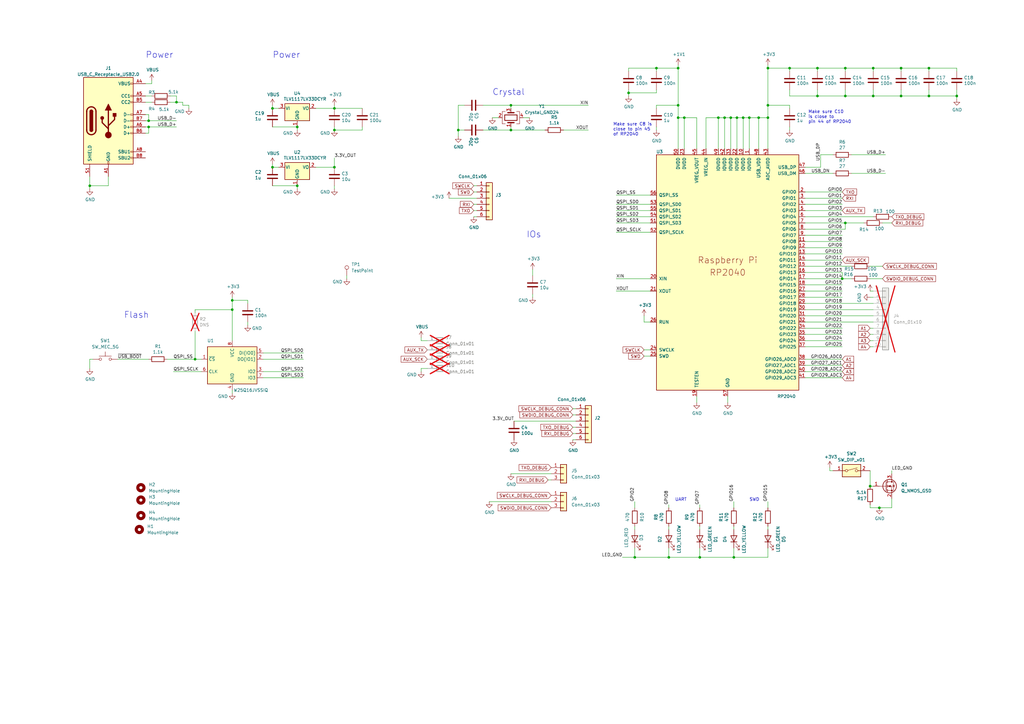
<source format=kicad_sch>
(kicad_sch (version 20231120) (generator "eeschema") (generator_version "8.0")
  (paper "A3")
  (title_block (title "RP2040 Motor Controller") (date "2022-6-1") (rev "REV1") (company "Twisted Fields LLC") (comment 1 "(license roughly means, share, modify, etc, but do not sue us)") (comment 2 "LICENSE: CERN-OHL-P"))
  (junction (at 257.81 38.1))
  (junction (at 335.28 27.94))
  (junction (at 369.57 39.37))
  (junction (at 346.71 27.94))
  (junction (at 346.71 39.37))
  (junction (at 346.71 91.44))
  (junction (at 36.83 76.2))
  (junction (at 274.32 228.6))
  (junction (at 95.25 123.19))
  (junction (at 300.99 228.6))
  (junction (at 294.64 48.26))
  (junction (at 60.96 52.07))
  (junction (at 307.34 48.26))
  (junction (at 335.28 39.37))
  (junction (at 278.13 43.18))
  (junction (at 345.44 114.3))
  (junction (at 302.26 48.26))
  (junction (at 358.14 27.94))
  (junction (at 392.43 39.37))
  (junction (at 137.16 68.58))
  (junction (at 360.68 208.28))
  (junction (at 137.16 53.34))
  (junction (at 209.55 43.18))
  (junction (at 304.8 48.26))
  (junction (at 121.92 52.07))
  (junction (at 314.96 27.94))
  (junction (at 209.55 53.34))
  (junction (at 356.87 199.39))
  (junction (at 314.96 43.18))
  (junction (at 269.24 27.94))
  (junction (at 297.18 48.26))
  (junction (at 381 39.37))
  (junction (at 111.76 44.45))
  (junction (at 137.16 44.45))
  (junction (at 111.76 68.58))
  (junction (at 260.35 228.6))
  (junction (at 278.13 48.26))
  (junction (at 311.15 48.26))
  (junction (at 278.13 27.94))
  (junction (at 299.72 48.26))
  (junction (at 314.96 48.26))
  (junction (at 80.01 147.32))
  (junction (at 358.14 39.37))
  (junction (at 187.96 53.34))
  (junction (at 369.57 27.94))
  (junction (at 60.96 49.53))
  (junction (at 381 27.94))
  (junction (at 280.67 48.26))
  (junction (at 95.25 127))
  (junction (at 287.02 228.6))
  (junction (at 323.85 27.94))
  (junction (at 121.92 76.2))
  (junction (at 72.39 41.91))
  (wire (pts (xy 36.83 147.32) (xy 36.83 151.13)))
  (wire (pts (xy 278.13 27.94) (xy 278.13 43.18)))
  (wire (pts (xy 252.73 86.36) (xy 266.7 86.36)))
  (wire (pts (xy 335.28 27.94) (xy 346.71 27.94)))
  (wire (pts (xy 287.02 207.01) (xy 287.02 208.28)))
  (wire (pts (xy 269.24 44.45) (xy 269.24 43.18)))
  (wire (pts (xy 349.25 63.5) (xy 363.22 63.5)))
  (wire (pts (xy 60.96 49.53) (xy 72.39 49.53)))
  (wire (pts (xy 285.75 48.26) (xy 280.67 48.26)))
  (wire (pts (xy 137.16 76.2) (xy 137.16 77.47)))
  (wire (pts (xy 62.23 33.02) (xy 62.23 34.29)))
  (wire (pts (xy 358.14 199.39) (xy 356.87 199.39)))
  (wire (pts (xy 300.99 205.74) (xy 300.99 208.28)))
  (wire (pts (xy 369.57 39.37) (xy 358.14 39.37)))
  (wire (pts (xy 234.95 177.8) (xy 236.22 177.8)))
  (wire (pts (xy 137.16 44.45) (xy 148.59 44.45)))
  (wire (pts (xy 311.15 60.96) (xy 311.15 48.26)))
  (wire (pts (xy 323.85 52.07) (xy 323.85 53.34)))
  (wire (pts (xy 80.01 147.32) (xy 82.55 147.32)))
  (wire (pts (xy 330.2 124.46) (xy 358.14 124.46)))
  (wire (pts (xy 36.83 147.32) (xy 38.1 147.32)))
  (wire (pts (xy 346.71 39.37) (xy 335.28 39.37)))
  (wire (pts (xy 200.66 205.74) (xy 226.06 205.74)))
  (wire (pts (xy 209.55 44.45) (xy 209.55 43.18)))
  (wire (pts (xy 360.68 208.28) (xy 365.76 208.28)))
  (wire (pts (xy 252.73 88.9) (xy 266.7 88.9)))
  (wire (pts (xy 44.45 72.39) (xy 44.45 76.2)))
  (wire (pts (xy 274.32 207.01) (xy 274.32 208.28)))
  (wire (pts (xy 274.32 215.9) (xy 274.32 217.17)))
  (wire (pts (xy 137.16 52.07) (xy 137.16 53.34)))
  (wire (pts (xy 114.3 68.58) (xy 111.76 68.58)))
  (wire (pts (xy 36.83 76.2) (xy 44.45 76.2)))
  (wire (pts (xy 369.57 27.94) (xy 381 27.94)))
  (wire (pts (xy 68.58 147.32) (xy 80.01 147.32)))
  (wire (pts (xy 330.2 81.28) (xy 345.44 81.28)))
  (wire (pts (xy 330.2 147.32) (xy 345.44 147.32)))
  (wire (pts (xy 111.76 76.2) (xy 121.92 76.2)))
  (wire (pts (xy 59.69 46.99) (xy 60.96 46.99)))
  (wire (pts (xy 365.76 193.04) (xy 365.76 194.31)))
  (wire (pts (xy 330.2 88.9) (xy 358.14 88.9)))
  (wire (pts (xy 330.2 71.12) (xy 341.63 71.12)))
  (wire (pts (xy 392.43 36.83) (xy 392.43 39.37)))
  (wire (pts (xy 330.2 86.36) (xy 345.44 86.36)))
  (wire (pts (xy 107.95 147.32) (xy 124.46 147.32)))
  (wire (pts (xy 358.14 29.21) (xy 358.14 27.94)))
  (wire (pts (xy 280.67 48.26) (xy 278.13 48.26)))
  (wire (pts (xy 314.96 43.18) (xy 323.85 43.18)))
  (wire (pts (xy 304.8 48.26) (xy 307.34 48.26)))
  (wire (pts (xy 299.72 60.96) (xy 299.72 48.26)))
  (wire (pts (xy 214.63 48.26) (xy 217.17 48.26)))
  (wire (pts (xy 111.76 68.58) (xy 111.76 67.31)))
  (wire (pts (xy 224.79 196.85) (xy 226.06 196.85)))
  (wire (pts (xy 80.01 128.27) (xy 80.01 127)))
  (wire (pts (xy 287.02 224.79) (xy 287.02 228.6)))
  (wire (pts (xy 307.34 48.26) (xy 307.34 60.96)))
  (wire (pts (xy 260.35 228.6) (xy 274.32 228.6)))
  (wire (pts (xy 300.99 224.79) (xy 300.99 228.6)))
  (wire (pts (xy 36.83 76.2) (xy 36.83 77.47)))
  (wire (pts (xy 60.96 147.32) (xy 48.26 147.32)))
  (wire (pts (xy 172.72 151.13) (xy 175.26 151.13)))
  (wire (pts (xy 340.36 191.77) (xy 340.36 193.04)))
  (wire (pts (xy 201.93 48.26) (xy 204.47 48.26)))
  (wire (pts (xy 300.99 215.9) (xy 300.99 217.17)))
  (wire (pts (xy 264.16 129.54) (xy 264.16 132.08)))
  (wire (pts (xy 300.99 228.6) (xy 314.96 228.6)))
  (wire (pts (xy 346.71 36.83) (xy 346.71 39.37)))
  (wire (pts (xy 252.73 91.44) (xy 266.7 91.44)))
  (wire (pts (xy 330.2 114.3) (xy 345.44 114.3)))
  (wire (pts (xy 392.43 39.37) (xy 392.43 40.64)))
  (wire (pts (xy 210.82 172.72) (xy 236.22 172.72)))
  (wire (pts (xy 369.57 36.83) (xy 369.57 39.37)))
  (wire (pts (xy 335.28 39.37) (xy 323.85 39.37)))
  (wire (pts (xy 209.55 53.34) (xy 223.52 53.34)))
  (wire (pts (xy 302.26 48.26) (xy 304.8 48.26)))
  (wire (pts (xy 266.7 95.25) (xy 252.73 95.25)))
  (wire (pts (xy 311.15 48.26) (xy 314.96 48.26)))
  (wire (pts (xy 297.18 60.96) (xy 297.18 48.26)))
  (wire (pts (xy 323.85 36.83) (xy 323.85 39.37)))
  (wire (pts (xy 72.39 39.37) (xy 72.39 41.91)))
  (wire (pts (xy 356.87 208.28) (xy 360.68 208.28)))
  (wire (pts (xy 266.7 80.01) (xy 252.73 80.01)))
  (wire (pts (xy 274.32 228.6) (xy 287.02 228.6)))
  (wire (pts (xy 356.87 193.04) (xy 356.87 199.39)))
  (wire (pts (xy 59.69 39.37) (xy 62.23 39.37)))
  (wire (pts (xy 194.31 78.74) (xy 195.58 78.74)))
  (wire (pts (xy 269.24 29.21) (xy 269.24 27.94)))
  (wire (pts (xy 80.01 127) (xy 95.25 127)))
  (wire (pts (xy 80.01 135.89) (xy 80.01 147.32)))
  (wire (pts (xy 142.24 113.03) (xy 142.24 114.3)))
  (wire (pts (xy 194.31 83.82) (xy 195.58 83.82)))
  (wire (pts (xy 330.2 109.22) (xy 349.25 109.22)))
  (wire (pts (xy 330.2 152.4) (xy 345.44 152.4)))
  (wire (pts (xy 356.87 142.24) (xy 358.14 142.24)))
  (wire (pts (xy 314.96 27.94) (xy 323.85 27.94)))
  (wire (pts (xy 60.96 52.07) (xy 72.39 52.07)))
  (wire (pts (xy 323.85 27.94) (xy 335.28 27.94)))
  (wire (pts (xy 107.95 144.78) (xy 124.46 144.78)))
  (wire (pts (xy 74.93 43.18) (xy 77.47 43.18)))
  (wire (pts (xy 74.93 41.91) (xy 74.93 43.18)))
  (wire (pts (xy 330.2 116.84) (xy 345.44 116.84)))
  (wire (pts (xy 314.96 205.74) (xy 314.96 208.28)))
  (wire (pts (xy 323.85 29.21) (xy 323.85 27.94)))
  (wire (pts (xy 280.67 60.96) (xy 280.67 48.26)))
  (wire (pts (xy 335.28 36.83) (xy 335.28 39.37)))
  (wire (pts (xy 231.14 53.34) (xy 241.3 53.34)))
  (wire (pts (xy 137.16 68.58) (xy 137.16 64.77)))
  (wire (pts (xy 323.85 44.45) (xy 323.85 43.18)))
  (wire (pts (xy 392.43 29.21) (xy 392.43 27.94)))
  (wire (pts (xy 137.16 44.45) (xy 137.16 43.18)))
  (wire (pts (xy 381 29.21) (xy 381 27.94)))
  (wire (pts (xy 330.2 68.58) (xy 336.55 68.58)))
  (wire (pts (xy 330.2 119.38) (xy 345.44 119.38)))
  (wire (pts (xy 59.69 54.61) (xy 60.96 54.61)))
  (wire (pts (xy 129.54 44.45) (xy 137.16 44.45)))
  (wire (pts (xy 336.55 63.5) (xy 341.63 63.5)))
  (wire (pts (xy 71.12 152.4) (xy 82.55 152.4)))
  (wire (pts (xy 252.73 114.3) (xy 266.7 114.3)))
  (wire (pts (xy 111.76 52.07) (xy 121.92 52.07)))
  (wire (pts (xy 257.81 29.21) (xy 257.81 27.94)))
  (wire (pts (xy 314.96 27.94) (xy 314.96 43.18)))
  (wire (pts (xy 59.69 49.53) (xy 60.96 49.53)))
  (wire (pts (xy 260.35 215.9) (xy 260.35 217.17)))
  (wire (pts (xy 111.76 44.45) (xy 111.76 43.18)))
  (wire (pts (xy 330.2 129.54) (xy 358.14 129.54)))
  (wire (pts (xy 209.55 194.31) (xy 226.06 194.31)))
  (wire (pts (xy 218.44 110.49) (xy 218.44 113.03)))
  (wire (pts (xy 198.12 43.18) (xy 209.55 43.18)))
  (wire (pts (xy 260.35 205.74) (xy 260.35 208.28)))
  (wire (pts (xy 314.96 215.9) (xy 314.96 217.17)))
  (wire (pts (xy 330.2 132.08) (xy 358.14 132.08)))
  (wire (pts (xy 278.13 26.67) (xy 278.13 27.94)))
  (wire (pts (xy 59.69 34.29) (xy 62.23 34.29)))
  (wire (pts (xy 252.73 83.82) (xy 266.7 83.82)))
  (wire (pts (xy 95.25 123.19) (xy 95.25 127)))
  (wire (pts (xy 129.54 68.58) (xy 137.16 68.58)))
  (wire (pts (xy 356.87 119.38) (xy 358.14 119.38)))
  (wire (pts (xy 266.7 132.08) (xy 264.16 132.08)))
  (wire (pts (xy 330.2 121.92) (xy 345.44 121.92)))
  (wire (pts (xy 330.2 91.44) (xy 346.71 91.44)))
  (wire (pts (xy 137.16 53.34) (xy 148.59 53.34)))
  (wire (pts (xy 278.13 48.26) (xy 278.13 60.96)))
  (wire (pts (xy 101.6 123.19) (xy 95.25 123.19)))
  (wire (pts (xy 285.75 162.56) (xy 285.75 165.1)))
  (wire (pts (xy 107.95 152.4) (xy 124.46 152.4)))
  (wire (pts (xy 330.2 99.06) (xy 345.44 99.06)))
  (wire (pts (xy 274.32 224.79) (xy 274.32 228.6)))
  (wire (pts (xy 356.87 121.92) (xy 358.14 121.92)))
  (wire (pts (xy 294.64 48.26) (xy 297.18 48.26)))
  (wire (pts (xy 356.87 137.16) (xy 358.14 137.16)))
  (wire (pts (xy 278.13 43.18) (xy 278.13 48.26)))
  (wire (pts (xy 346.71 29.21) (xy 346.71 27.94)))
  (wire (pts (xy 381 27.94) (xy 392.43 27.94)))
  (wire (pts (xy 287.02 228.6) (xy 300.99 228.6)))
  (wire (pts (xy 294.64 60.96) (xy 294.64 48.26)))
  (wire (pts (xy 330.2 137.16) (xy 345.44 137.16)))
  (wire (pts (xy 255.27 228.6) (xy 260.35 228.6)))
  (wire (pts (xy 218.44 120.65) (xy 218.44 121.92)))
  (wire (pts (xy 358.14 36.83) (xy 358.14 39.37)))
  (wire (pts (xy 234.95 175.26) (xy 236.22 175.26)))
  (wire (pts (xy 356.87 114.3) (xy 361.95 114.3)))
  (wire (pts (xy 59.69 52.07) (xy 60.96 52.07)))
  (wire (pts (xy 209.55 43.18) (xy 241.3 43.18)))
  (wire (pts (xy 114.3 44.45) (xy 111.76 44.45)))
  (wire (pts (xy 299.72 48.26) (xy 302.26 48.26)))
  (wire (pts (xy 121.92 52.07) (xy 121.92 53.34)))
  (wire (pts (xy 349.25 71.12) (xy 363.22 71.12)))
  (wire (pts (xy 330.2 111.76) (xy 345.44 111.76)))
  (wire (pts (xy 358.14 39.37) (xy 346.71 39.37)))
  (wire (pts (xy 314.96 48.26) (xy 314.96 60.96)))
  (wire (pts (xy 330.2 149.86) (xy 345.44 149.86)))
  (wire (pts (xy 330.2 101.6) (xy 345.44 101.6)))
  (wire (pts (xy 307.34 48.26) (xy 311.15 48.26)))
  (wire (pts (xy 297.18 48.26) (xy 299.72 48.26)))
  (wire (pts (xy 381 39.37) (xy 392.43 39.37)))
  (wire (pts (xy 330.2 96.52) (xy 345.44 96.52)))
  (wire (pts (xy 289.56 60.96) (xy 289.56 48.26)))
  (wire (pts (xy 330.2 134.62) (xy 345.44 134.62)))
  (wire (pts (xy 172.72 151.13) (xy 172.72 152.4)))
  (wire (pts (xy 101.6 132.08) (xy 101.6 133.35)))
  (wire (pts (xy 336.55 63.5) (xy 336.55 68.58)))
  (wire (pts (xy 365.76 204.47) (xy 365.76 208.28)))
  (wire (pts (xy 234.95 180.34) (xy 236.22 180.34)))
  (wire (pts (xy 330.2 93.98) (xy 346.71 93.98)))
  (wire (pts (xy 60.96 54.61) (xy 60.96 52.07)))
  (wire (pts (xy 121.92 76.2) (xy 121.92 77.47)))
  (wire (pts (xy 358.14 27.94) (xy 369.57 27.94)))
  (wire (pts (xy 190.5 53.34) (xy 187.96 53.34)))
  (wire (pts (xy 345.44 114.3) (xy 349.25 114.3)))
  (wire (pts (xy 148.59 52.07) (xy 148.59 53.34)))
  (wire (pts (xy 59.69 41.91) (xy 62.23 41.91)))
  (wire (pts (xy 330.2 106.68) (xy 345.44 106.68)))
  (wire (pts (xy 266.7 119.38) (xy 252.73 119.38)))
  (wire (pts (xy 69.85 41.91) (xy 72.39 41.91)))
  (wire (pts (xy 194.31 86.36) (xy 195.58 86.36)))
  (wire (pts (xy 107.95 154.94) (xy 124.46 154.94)))
  (wire (pts (xy 346.71 91.44) (xy 346.71 93.98)))
  (wire (pts (xy 269.24 52.07) (xy 269.24 53.34)))
  (wire (pts (xy 234.95 167.64) (xy 236.22 167.64)))
  (wire (pts (xy 356.87 109.22) (xy 361.95 109.22)))
  (wire (pts (xy 187.96 53.34) (xy 187.96 55.88)))
  (wire (pts (xy 69.85 39.37) (xy 72.39 39.37)))
  (wire (pts (xy 314.96 26.67) (xy 314.96 27.94)))
  (wire (pts (xy 172.72 139.7) (xy 175.26 139.7)))
  (wire (pts (xy 257.81 27.94) (xy 269.24 27.94)))
  (wire (pts (xy 257.81 38.1) (xy 269.24 38.1)))
  (wire (pts (xy 330.2 139.7) (xy 345.44 139.7)))
  (wire (pts (xy 285.75 60.96) (xy 285.75 48.26)))
  (wire (pts (xy 330.2 83.82) (xy 345.44 83.82)))
  (wire (pts (xy 77.47 43.18) (xy 77.47 44.45)))
  (wire (pts (xy 172.72 138.43) (xy 172.72 139.7)))
  (wire (pts (xy 302.26 60.96) (xy 302.26 48.26)))
  (wire (pts (xy 345.44 111.76) (xy 345.44 114.3)))
  (wire (pts (xy 304.8 60.96) (xy 304.8 48.26)))
  (wire (pts (xy 335.28 29.21) (xy 335.28 27.94)))
  (wire (pts (xy 95.25 160.02) (xy 95.25 161.29)))
  (wire (pts (xy 72.39 41.91) (xy 74.93 41.91)))
  (wire (pts (xy 184.15 81.28) (xy 195.58 81.28)))
  (wire (pts (xy 330.2 127) (xy 358.14 127)))
  (wire (pts (xy 346.71 91.44) (xy 354.33 91.44)))
  (wire (pts (xy 361.95 91.44) (xy 365.76 91.44)))
  (wire (pts (xy 187.96 43.18) (xy 187.96 53.34)))
  (wire (pts (xy 190.5 43.18) (xy 187.96 43.18)))
  (wire (pts (xy 234.95 170.18) (xy 236.22 170.18)))
  (wire (pts (xy 346.71 27.94) (xy 358.14 27.94)))
  (wire (pts (xy 269.24 38.1) (xy 269.24 36.83)))
  (wire (pts (xy 381 39.37) (xy 369.57 39.37)))
  (wire (pts (xy 340.36 193.04) (xy 341.63 193.04)))
  (wire (pts (xy 194.31 76.2) (xy 195.58 76.2)))
  (wire (pts (xy 314.96 43.18) (xy 314.96 48.26)))
  (wire (pts (xy 356.87 139.7) (xy 358.14 139.7)))
  (wire (pts (xy 36.83 72.39) (xy 36.83 76.2)))
  (wire (pts (xy 257.81 36.83) (xy 257.81 38.1)))
  (wire (pts (xy 330.2 142.24) (xy 345.44 142.24)))
  (wire (pts (xy 330.2 104.14) (xy 345.44 104.14)))
  (wire (pts (xy 330.2 78.74) (xy 345.44 78.74)))
  (wire (pts (xy 369.57 29.21) (xy 369.57 27.94)))
  (wire (pts (xy 194.31 88.9) (xy 195.58 88.9)))
  (wire (pts (xy 264.16 143.51) (xy 266.7 143.51)))
  (wire (pts (xy 264.16 146.05) (xy 266.7 146.05)))
  (wire (pts (xy 269.24 43.18) (xy 278.13 43.18)))
  (wire (pts (xy 314.96 224.79) (xy 314.96 228.6)))
  (wire (pts (xy 356.87 134.62) (xy 358.14 134.62)))
  (wire (pts (xy 381 36.83) (xy 381 39.37)))
  (wire (pts (xy 60.96 46.99) (xy 60.96 49.53)))
  (wire (pts (xy 198.12 53.34) (xy 209.55 53.34)))
  (wire (pts (xy 356.87 207.01) (xy 356.87 208.28)))
  (wire (pts (xy 289.56 48.26) (xy 294.64 48.26)))
  (wire (pts (xy 287.02 215.9) (xy 287.02 217.17)))
  (wire (pts (xy 95.25 121.92) (xy 95.25 123.19)))
  (wire (pts (xy 298.45 162.56) (xy 298.45 165.1)))
  (wire (pts (xy 330.2 154.94) (xy 345.44 154.94)))
  (wire (pts (xy 95.25 127) (xy 95.25 139.7)))
  (wire (pts (xy 101.6 124.46) (xy 101.6 123.19)))
  (wire (pts (xy 260.35 224.79) (xy 260.35 228.6)))
  (wire (pts (xy 257.81 38.1) (xy 257.81 39.37)))
  (wire (pts (xy 269.24 27.94) (xy 278.13 27.94)))
  (wire (pts (xy 209.55 52.07) (xy 209.55 53.34)))
  (text "Make sure C8 is\nclose to pin 45\nof RP2040" (at 251.46 55.88 0) (effects (font (size 1.27 1.27)) (justify left bottom)))
  (text "Power" (at 59.69 24.13 0) (effects (font (size 2.54 2.54)) (justify left bottom)))
  (text "Crystal" (at 201.93 39.37 0) (effects (font (size 2.54 2.54)) (justify left bottom)))
  (text "IOs" (at 215.9 97.79 0) (effects (font (size 2.54 2.54)) (justify left bottom)))
  (text "Make sure C10\nis close to\npin 44 of RP2040" (at 331.47 50.8 0) (effects (font (size 1.27 1.27)) (justify left bottom)))
  (text "SWD" (at 307.34 205.74 0) (effects (font (size 1.27 1.27)) (justify left bottom)))
  (text "UART" (at 276.86 205.74 0) (effects (font (size 1.27 1.27)) (justify left bottom)))
  (text "Power" (at 111.76 24.13 0) (effects (font (size 2.54 2.54)) (justify left bottom)))
  (text "Flash" (at 50.8 130.81 0) (effects (font (size 2.54 2.54)) (justify left bottom)))
  (label "LED_GND" (at 255.27 228.6 180))
  (label "USB_D+" (at 72.39 52.07 180))
  (label "GPIO18" (at 345.44 124.46 180))
  (label "QSPI_SCLK" (at 252.73 95.25 0))
  (label "GPIO26_ADC0" (at 345.44 147.32 180))
  (label "GPIO24" (at 345.44 139.7 180))
  (label "USB_D+" (at 363.22 63.5 180))
  (label "GPIO8" (at 345.44 99.06 180))
  (label "XIN" (at 241.3 43.18 180))
  (label "QSPI_SD1" (at 252.73 86.36 0))
  (label "3.3V_OUT" (at 210.82 172.72 180))
  (label "GPIO2" (at 345.44 83.82 180))
  (label "USB_DP" (at 336.55 66.04 90))
  (label "QSPI_SS" (at 252.73 80.01 0))
  (label "3.3V_OUT" (at 137.16 64.77 0))
  (label "QSPI_SD1" (at 124.46 147.32 180))
  (label "GPIO15" (at 314.96 205.74 90))
  (label "GPIO3" (at 345.44 86.36 180))
  (label "GPIO21" (at 345.44 132.08 180))
  (label "GPIO4" (at 345.44 88.9 180))
  (label "GPIO7" (at 287.02 207.01 90))
  (label "GPIO23" (at 345.44 137.16 180))
  (label "USB_D-" (at 363.22 71.12 180))
  (label "XOUT" (at 252.73 119.38 0))
  (label "GPIO2" (at 260.35 205.74 90))
  (label "GPIO14" (at 345.44 114.3 180))
  (label "GPIO29_ADC3" (at 345.44 154.94 180))
  (label "QSPI_SD3" (at 252.73 91.44 0))
  (label "GPIO15" (at 345.44 116.84 180))
  (label "GPIO1" (at 345.44 81.28 180))
  (label "GPIO20" (at 345.44 129.54 180))
  (label "GPIO8" (at 274.32 207.01 90))
  (label "GPIO22" (at 345.44 134.62 180))
  (label "QSPI_SD2" (at 124.46 152.4 180))
  (label "XIN" (at 252.73 114.3 0))
  (label "GPIO5" (at 345.44 91.44 180))
  (label "GPIO25" (at 345.44 142.24 180))
  (label "GPIO19" (at 345.44 127 180))
  (label "GPIO11" (at 345.44 106.68 180))
  (label "GPIO13" (at 345.44 111.76 180))
  (label "XOUT" (at 241.3 53.34 180))
  (label "GPIO0" (at 345.44 78.74 180))
  (label "GPIO12" (at 345.44 109.22 180))
  (label "GPIO9" (at 345.44 101.6 180))
  (label "GPIO7" (at 345.44 96.52 180))
  (label "GPIO17" (at 345.44 121.92 180))
  (label "GPIO16" (at 345.44 119.38 180))
  (label "QSPI_SCLK" (at 71.12 152.4 0))
  (label "QSPI_SD2" (at 252.73 88.9 0))
  (label "QSPI_SS" (at 71.12 147.32 0))
  (label "GPIO27_ADC1" (at 345.44 149.86 180))
  (label "QSPI_SD0" (at 124.46 144.78 180))
  (label "GPIO6" (at 345.44 93.98 180))
  (label "QSPI_SD0" (at 252.73 83.82 0))
  (label "USB_D-" (at 72.39 49.53 180))
  (label "~{USB_BOOT}" (at 48.26 147.32 0))
  (label "USB_DN" (at 332.74 71.12 0))
  (label "GPIO28_ADC2" (at 345.44 152.4 180))
  (label "GPIO10" (at 345.44 104.14 180))
  (label "LED_GND" (at 365.76 193.04 0))
  (label "GPIO16" (at 300.99 205.74 90))
  (label "QSPI_SD3" (at 124.46 154.94 180))
  (global_label "A3" (shape input) (at 356.87 139.7 180) (property "Intersheetrefs" "${INTERSHEET_REFS}" (effects (hide yes))))
  (global_label "AUX_SCK" (shape input) (at 345.44 106.68 0) (property "Intersheetrefs" "${INTERSHEET_REFS}" (effects (hide yes))))
  (global_label "A2" (shape input) (at 345.44 149.86 0) (property "Intersheetrefs" "${INTERSHEET_REFS}" (effects (hide yes))))
  (global_label "SWDIO_DEBUG_CONN" (shape input) (at 226.06 208.28 180) (property "Intersheetrefs" "${INTERSHEET_REFS}" (effects (hide yes))))
  (global_label "SWDIO_DEBUG_CONN" (shape input) (at 361.95 114.3 0) (property "Intersheetrefs" "${INTERSHEET_REFS}" (effects (hide yes))))
  (global_label "SWCLK" (shape input) (at 264.16 143.51 180) (property "Intersheetrefs" "${INTERSHEET_REFS}" (effects (hide yes))))
  (global_label "AUX_TX" (shape input) (at 345.44 86.36 0) (property "Intersheetrefs" "${INTERSHEET_REFS}" (effects (hide yes))))
  (global_label "SWCLK" (shape input) (at 194.31 76.2 180) (property "Intersheetrefs" "${INTERSHEET_REFS}" (effects (hide yes))))
  (global_label "TXO" (shape input) (at 194.31 86.36 180) (property "Intersheetrefs" "${INTERSHEET_REFS}" (effects (hide yes))))
  (global_label "A2" (shape input) (at 356.87 137.16 180) (property "Intersheetrefs" "${INTERSHEET_REFS}" (effects (hide yes))))
  (global_label "AUX_TX" (shape input) (at 175.26 143.51 180) (property "Intersheetrefs" "${INTERSHEET_REFS}" (effects (hide yes))))
  (global_label "SWD" (shape input) (at 194.31 78.74 180) (property "Intersheetrefs" "${INTERSHEET_REFS}" (effects (hide yes))))
  (global_label "AUX_SCK" (shape input) (at 175.26 147.32 180) (property "Intersheetrefs" "${INTERSHEET_REFS}" (effects (hide yes))))
  (global_label "RXI_DEBUG" (shape input) (at 224.79 196.85 180) (property "Intersheetrefs" "${INTERSHEET_REFS}" (effects (hide yes))))
  (global_label "TXO_DEBUG" (shape input) (at 365.76 88.9 0) (property "Intersheetrefs" "${INTERSHEET_REFS}" (effects (hide yes))))
  (global_label "SWDIO_DEBUG_CONN" (shape input) (at 234.95 170.18 180) (property "Intersheetrefs" "${INTERSHEET_REFS}" (effects (hide yes))))
  (global_label "RXI" (shape input) (at 194.31 83.82 180) (property "Intersheetrefs" "${INTERSHEET_REFS}" (effects (hide yes))))
  (global_label "A4" (shape input) (at 345.44 154.94 0) (property "Intersheetrefs" "${INTERSHEET_REFS}" (effects (hide yes))))
  (global_label "SWD" (shape input) (at 264.16 146.05 180) (property "Intersheetrefs" "${INTERSHEET_REFS}" (effects (hide yes))))
  (global_label "A1" (shape input) (at 356.87 134.62 180) (property "Intersheetrefs" "${INTERSHEET_REFS}" (effects (hide yes))))
  (global_label "A4" (shape input) (at 356.87 142.24 180) (property "Intersheetrefs" "${INTERSHEET_REFS}" (effects (hide yes))))
  (global_label "SWCLK_DEBUG_CONN" (shape input) (at 226.06 203.2 180) (property "Intersheetrefs" "${INTERSHEET_REFS}" (effects (hide yes))))
  (global_label "A3" (shape input) (at 345.44 152.4 0) (property "Intersheetrefs" "${INTERSHEET_REFS}" (effects (hide yes))))
  (global_label "TXO_DEBUG" (shape input) (at 226.06 191.77 180) (property "Intersheetrefs" "${INTERSHEET_REFS}" (effects (hide yes))))
  (global_label "SWCLK_DEBUG_CONN" (shape input) (at 234.95 167.64 180) (property "Intersheetrefs" "${INTERSHEET_REFS}" (effects (hide yes))))
  (global_label "A1" (shape input) (at 345.44 147.32 0) (property "Intersheetrefs" "${INTERSHEET_REFS}" (effects (hide yes))))
  (global_label "TXO" (shape input) (at 345.44 78.74 0) (property "Intersheetrefs" "${INTERSHEET_REFS}" (effects (hide yes))))
  (global_label "RXI_DEBUG" (shape input) (at 365.76 91.44 0) (property "Intersheetrefs" "${INTERSHEET_REFS}" (effects (hide yes))))
  (global_label "SWCLK_DEBUG_CONN" (shape input) (at 361.95 109.22 0) (property "Intersheetrefs" "${INTERSHEET_REFS}" (effects (hide yes))))
  (global_label "RXI_DEBUG" (shape input) (at 234.95 177.8 180) (property "Intersheetrefs" "${INTERSHEET_REFS}" (effects (hide yes))))
  (global_label "TXO_DEBUG" (shape input) (at 234.95 175.26 180) (property "Intersheetrefs" "${INTERSHEET_REFS}" (effects (hide yes))))
  (global_label "RXI" (shape input) (at 345.44 81.28 0) (property "Intersheetrefs" "${INTERSHEET_REFS}" (effects (hide yes))))
  (symbol (lib_id "Connector_Generic:Conn_01x01") (at 180.34 147.32 0) (unit 1) (dnp yes)
    (property "Reference" "J9" (at 182.88 146.0499 0) (effects (justify left)))
    (property "Value" "Conn_01x01" (at 182.88 148.5899 0) (effects (justify left)))
    (property "Footprint" "TestPoint:TestPoint_Keystone_5019_Minature" (effects (hide yes)))
    (property "Description" "Generic connector, single row, 01x01, script generated (kicad-library-utils/schlib/autogen/connector/)" (effects (hide yes)))
  )
  (symbol (lib_id "Switch:SW_DIP_x01") (at 349.25 193.04 0) (unit 1)
    (property "Reference" "SW2" (at 349.25 186.055 0))
    (property "Value" "SW_DIP_x01" (at 349.25 188.595 0))
    (property "Footprint" "base_parts:SW-SMD_DSHP01TSGER" (effects (hide yes)))
    (property "LCSC" "C126848" (effects (hide yes)))
  )
  (symbol (lib_id "Device:C") (at 392.43 33.02 0) (unit 1)
    (property "Reference" "C18" (at 395.351 31.8516 0) (effects (justify left)))
    (property "Value" "100n" (at 395.351 34.163 0) (effects (justify left)))
    (property "Footprint" "Capacitor_SMD:C_0603_1608Metric" (effects (hide yes)))
    (property "LCSC" "C14663" (effects (hide yes)))
  )
  (symbol (lib_id "power:GND") (at 101.6 133.35 0) (unit 1)
    (property "Reference" "#PWR07" (effects (hide yes)))
    (property "Value" "GND" (at 105.41 134.62 0))
  )
  (symbol (lib_id "Device:LED") (at 314.96 220.98 90) (unit 1)
    (property "Reference" "D5" (at 321.437 221.1578 0))
    (property "Value" "LED_GREEN" (at 319.1256 221.1578 0))
    (property "Footprint" "LED_SMD:LED_0805_2012Metric" (effects (hide yes)))
    (property "LCSC" "C2297" (effects (hide yes)))
  )
  (symbol (lib_id "Connector:USB_C_Receptacle_USB2.0") (at 44.45 49.53 0) (unit 1)
    (property "Reference" "J1" (at 44.45 27.94 0))
    (property "Value" "USB_C_Receptacle_USB2.0" (at 44.45 30.48 0))
    (property "Footprint" "Connector_USB:USB_C_Receptacle_XKB_U262-16XN-4BVC11" (effects (hide yes)))
    (property "Datasheet" "https://www.usb.org/sites/default/files/documents/usb_type-c.zip" (effects (hide yes)))
    (property "LCSC" "C2835315" (effects (hide yes)))
  )
  (symbol (lib_id "Regulator_Linear:NCP1117-3.3_SOT223") (at 121.92 44.45 0) (unit 1)
    (property "Reference" "U4" (at 121.92 38.3032 0))
    (property "Value" "TLV1117LV33DCYR" (at 125.095 40.6146 0))
    (property "Footprint" "Package_TO_SOT_SMD:SOT-223-3_TabPin2" (effects (hide yes)))
    (property "LCSC" "C15578" (effects (hide yes)))
  )
  (symbol (lib_id "power:+3V3") (at 184.15 81.28 0) (unit 1)
    (property "Reference" "#PWR034" (effects (hide yes)))
    (property "Value" "+3V3" (at 179.451 80.6958 0))
  )
  (symbol (lib_id "power:+3V3") (at 356.87 119.38 0) (unit 1)
    (property "Reference" "#PWR036" (effects (hide yes)))
    (property "Value" "+3V3" (at 352.806 117.5258 0))
  )
  (symbol (lib_id "Device:C") (at 381 33.02 0) (unit 1)
    (property "Reference" "C17" (at 383.921 31.8516 0) (effects (justify left)))
    (property "Value" "100n" (at 383.921 34.163 0) (effects (justify left)))
    (property "Footprint" "Capacitor_SMD:C_0603_1608Metric" (effects (hide yes)))
    (property "LCSC" "C14663" (effects (hide yes)))
  )
  (symbol (lib_id "Device:R") (at 64.77 147.32 270) (unit 1)
    (property "Reference" "R1" (at 64.77 142.0622 90))
    (property "Value" "1.1k" (at 64.77 144.3736 90))
    (property "Footprint" "Resistor_SMD:R_0603_1608Metric" (effects (hide yes)))
    (property "LCSC" "C22764" (effects (hide yes)))
  )
  (symbol (lib_id "Device:LED") (at 260.35 220.98 90) (unit 1)
    (property "Reference" "D3" (at 263.017 220.5228 0))
    (property "Value" "LED_RED" (at 256.8956 220.5228 0))
    (property "Footprint" "LED_SMD:LED_0805_2012Metric" (effects (hide yes)))
    (property "Digikey" "160-1405-1-ND" (effects (hide yes)))
    (property "MPN" "LTST-C150KRKT" (effects (hide yes)))
    (property "LCSC" "C84256" (effects (hide yes)))
  )
  (symbol (lib_id "Connector_Generic:Conn_01x10") (at 363.22 129.54 0) (unit 1) (in_bom no) (dnp yes)
    (property "Reference" "J4" (at 366.395 129.5399 0) (effects (justify left)))
    (property "Value" "Conn_01x10" (at 366.395 132.0799 0) (effects (justify left)))
    (property "Footprint" "Connector_PinHeader_2.54mm:PinHeader_1x10_P2.54mm_Vertical" (effects (hide yes)))
  )
  (symbol (lib_id "Mechanical:MountingHole") (at 57.785 200.025 0) (unit 1) (in_bom no)
    (property "Reference" "H2" (at 60.96 198.7549 0) (effects (justify left)))
    (property "Value" "MountingHole" (at 60.96 201.2949 0) (effects (justify left)))
    (property "Footprint" "RP2040_minimal:MountingHole_3.9mm_Plastite_#6" (effects (hide yes)))
  )
  (symbol (lib_id "power:GND") (at 217.17 48.26 0) (unit 1)
    (property "Reference" "#PWR023" (effects (hide yes)))
    (property "Value" "GND" (at 217.297 52.6542 0))
  )
  (symbol (lib_id "Device:R") (at 80.01 132.08 0) (unit 1) (in_bom no) (dnp yes)
    (property "Reference" "R2" (at 81.788 130.9116 0) (effects (justify left)))
    (property "Value" "DNS" (at 81.788 133.223 0) (effects (justify left)))
    (property "Footprint" "Resistor_SMD:R_0402_1005Metric" (effects (hide yes)))
  )
  (symbol (lib_id "Memory_Flash:W25Q128JVS") (at 95.25 149.86 0) (unit 1)
    (property "Reference" "U1" (at 86.36 139.7 0))
    (property "Value" "W25Q16JVSSIQ" (at 102.87 160.02 0))
    (property "Footprint" "Package_SO:SOIC-8_5.23x5.23mm_P1.27mm" (effects (hide yes)))
    (property "Datasheet" "http://www.winbond.com/resource-files/w25q128jv_dtr%20revc%2003272018%20plus.pdf" (effects (hide yes)))
    (property "LCSC" "C82317" (effects (hide yes)))
  )
  (symbol (lib_id "Device:R") (at 345.44 63.5 270) (unit 1)
    (property "Reference" "R6" (at 345.44 58.2422 90))
    (property "Value" "27" (at 345.44 60.5536 90))
    (property "Footprint" "Resistor_SMD:R_0603_1608Metric" (effects (hide yes)))
    (property "LCSC" "C25190" (effects (hide yes)))
  )
  (symbol (lib_id "Device:R") (at 300.99 212.09 0) (unit 1)
    (property "Reference" "R11" (at 295.7322 212.09 90))
    (property "Value" "470" (at 298.0436 212.09 90))
    (property "Footprint" "Resistor_SMD:R_0603_1608Metric" (effects (hide yes)))
    (property "LCSC" "C23179" (effects (hide yes)))
  )
  (symbol (lib_id "Device:C") (at 323.85 48.26 0) (unit 1)
    (property "Reference" "C12" (at 326.771 47.0916 0) (effects (justify left)))
    (property "Value" "1u" (at 326.771 49.403 0) (effects (justify left)))
    (property "Footprint" "Capacitor_SMD:C_0603_1608Metric" (effects (hide yes)))
    (property "LCSC" "C15849" (effects (hide yes)))
  )
  (symbol (lib_id "Device:C") (at 111.76 48.26 0) (unit 1)
    (property "Reference" "C19" (at 104.521 46.4566 0) (effects (justify left)))
    (property "Value" "1u" (at 104.521 48.768 0) (effects (justify left)))
    (property "Footprint" "Capacitor_SMD:C_0603_1608Metric" (effects (hide yes)))
    (property "LCSC" "C15849" (effects (hide yes)))
  )
  (symbol (lib_id "Device:C") (at 269.24 33.02 0) (unit 1)
    (property "Reference" "C9" (at 272.161 31.8516 0) (effects (justify left)))
    (property "Value" "100n" (at 272.161 34.163 0) (effects (justify left)))
    (property "Footprint" "Capacitor_SMD:C_0603_1608Metric" (effects (hide yes)))
    (property "LCSC" "C14663" (effects (hide yes)))
  )
  (symbol (lib_id "Connector_Generic:Conn_01x03") (at 231.14 205.74 0) (unit 1)
    (property "Reference" "J6" (at 234.315 204.47 0) (effects (justify left)))
    (property "Value" "Conn_01x03" (at 234.315 207.01 0) (effects (justify left)))
    (property "Footprint" "Connector_JST:JST_SH_SM03B-SRSS-TB_1x03-1MP_P1.00mm_Horizontal" (effects (hide yes)))
    (property "LCSC" "C160403" (effects (hide yes)))
  )
  (symbol (lib_id "Connector_Generic:Conn_01x01") (at 180.34 139.7 0) (unit 1) (dnp yes)
    (property "Reference" "J7" (at 182.88 138.4299 0) (effects (justify left)))
    (property "Value" "Conn_01x01" (at 182.88 140.9699 0) (effects (justify left)))
    (property "Footprint" "TestPoint:TestPoint_Keystone_5019_Minature" (effects (hide yes)))
    (property "Description" "Generic connector, single row, 01x01, script generated (kicad-library-utils/schlib/autogen/connector/)" (effects (hide yes)))
  )
  (symbol (lib_id "Device:LED") (at 300.99 220.98 90) (unit 1)
    (property "Reference" "D4" (at 297.307 221.1578 0))
    (property "Value" "LED_YELLOW" (at 305.1556 221.1578 0))
    (property "Footprint" "LED_SMD:LED_0805_2012Metric" (effects (hide yes)))
    (property "LCSC" "C2296" (effects (hide yes)))
  )
  (symbol (lib_id "Connector_Generic:Conn_01x06") (at 200.66 81.28 0) (unit 1)
    (property "Reference" "J3" (at 203.2 80.0099 0) (effects (justify left)))
    (property "Value" "Conn_01x06" (at 187.96 72.3899 0) (effects (justify left)))
    (property "Footprint" "Connector_Molex:Molex_KK-254_AE-6410-06A_1x06_P2.54mm_Vertical" (effects (hide yes)))
    (property "LCSC" "C140771" (effects (hide yes)))
  )
  (symbol (lib_id "Device:C") (at 358.14 33.02 0) (unit 1)
    (property "Reference" "C15" (at 361.061 31.8516 0) (effects (justify left)))
    (property "Value" "100n" (at 361.061 34.163 0) (effects (justify left)))
    (property "Footprint" "Capacitor_SMD:C_0603_1608Metric" (effects (hide yes)))
    (property "LCSC" "C14663" (effects (hide yes)))
  )
  (symbol (lib_id "power:VBUS") (at 62.23 33.02 0) (unit 1)
    (property "Reference" "#PWR03" (effects (hide yes)))
    (property "Value" "VBUS" (at 62.611 28.6258 0))
  )
  (symbol (lib_id "power:+3V3") (at 137.16 43.18 0) (unit 1)
    (property "Reference" "#PWR040" (effects (hide yes)))
    (property "Value" "+3V3" (at 137.541 38.7858 0))
  )
  (symbol (lib_id "Device:LED") (at 274.32 220.98 90) (unit 1)
    (property "Reference" "D2" (at 270.637 221.1578 0))
    (property "Value" "LED_YELLOW" (at 278.4856 221.1578 0))
    (property "Footprint" "LED_SMD:LED_0805_2012Metric" (effects (hide yes)))
    (property "LCSC" "C2296" (effects (hide yes)))
  )
  (symbol (lib_id "power:GND") (at 323.85 53.34 0) (unit 1)
    (property "Reference" "#PWR033" (effects (hide yes)))
    (property "Value" "GND" (at 323.977 57.7342 0))
  )
  (symbol (lib_id "power:GND") (at 121.92 53.34 0) (unit 1)
    (property "Reference" "#PWR039" (effects (hide yes)))
    (property "Value" "GND" (at 118.11 54.61 0))
  )
  (symbol (lib_id "Device:C") (at 101.6 128.27 0) (unit 1)
    (property "Reference" "C1" (at 104.521 127.1016 0) (effects (justify left)))
    (property "Value" "100n" (at 104.521 129.413 0) (effects (justify left)))
    (property "Footprint" "Capacitor_SMD:C_0603_1608Metric" (effects (hide yes)))
    (property "LCSC" "C14663" (effects (hide yes)))
  )
  (symbol (lib_id "power:GND") (at 95.25 161.29 0) (unit 1)
    (property "Reference" "#PWR05" (effects (hide yes)))
    (property "Value" "GND" (at 91.44 162.56 0))
  )
  (symbol (lib_id "power:GND") (at 121.92 77.47 0) (unit 1)
    (property "Reference" "#PWR011" (effects (hide yes)))
    (property "Value" "GND" (at 118.11 78.74 0))
  )
  (symbol (lib_id "power:GND") (at 201.93 48.26 0) (unit 1)
    (property "Reference" "#PWR017" (effects (hide yes)))
    (property "Value" "GND" (at 202.057 52.6542 0))
  )
  (symbol (lib_id "Device:C") (at 346.71 33.02 0) (unit 1)
    (property "Reference" "C14" (at 349.631 31.8516 0) (effects (justify left)))
    (property "Value" "100n" (at 349.631 34.163 0) (effects (justify left)))
    (property "Footprint" "Capacitor_SMD:C_0603_1608Metric" (effects (hide yes)))
    (property "LCSC" "C14663" (effects (hide yes)))
  )
  (symbol (lib_id "Mechanical:MountingHole") (at 57.785 205.105 0) (unit 1) (in_bom no)
    (property "Reference" "H3" (at 60.96 203.8349 0) (effects (justify left)))
    (property "Value" "MountingHole" (at 60.96 206.3749 0) (effects (justify left)))
    (property "Footprint" "RP2040_minimal:MountingHole_3.9mm_Plastite_#6" (effects (hide yes)))
  )
  (symbol (lib_id "Device:LED") (at 287.02 220.98 90) (unit 1)
    (property "Reference" "D1" (at 293.497 221.1578 0))
    (property "Value" "LED_GREEN" (at 291.1856 221.1578 0))
    (property "Footprint" "LED_SMD:LED_0805_2012Metric" (effects (hide yes)))
    (property "LCSC" "C2297" (effects (hide yes)))
  )
  (symbol (lib_id "Device:C") (at 218.44 116.84 0) (unit 1)
    (property "Reference" "C7" (at 221.361 115.6716 0) (effects (justify left)))
    (property "Value" "10u" (at 221.361 117.983 0) (effects (justify left)))
    (property "Footprint" "Capacitor_SMD:C_0805_2012Metric" (effects (hide yes)))
    (property "LCSC" "C15850" (effects (hide yes)))
  )
  (symbol (lib_id "power:VBUS") (at 111.76 43.18 0) (unit 1)
    (property "Reference" "#PWR025" (effects (hide yes)))
    (property "Value" "VBUS" (at 112.141 38.7858 0))
  )
  (symbol (lib_id "Device:R") (at 356.87 203.2 0) (unit 1)
    (property "Reference" "R17" (at 353.5172 204.47 0))
    (property "Value" "5.1k" (at 353.2886 201.93 0))
    (property "Footprint" "Resistor_SMD:R_0603_1608Metric" (effects (hide yes)))
    (property "LCSC" "C23186" (effects (hide yes)))
  )
  (symbol (lib_id "power:+1V1") (at 278.13 26.67 0) (unit 1)
    (property "Reference" "#PWR029" (effects (hide yes)))
    (property "Value" "+1V1" (at 278.511 22.2758 0))
  )
  (symbol (lib_id "power:GND") (at 356.87 121.92 270) (unit 1)
    (property "Reference" "#PWR037" (effects (hide yes)))
    (property "Value" "GND" (at 352.4758 122.047 0))
  )
  (symbol (lib_id "power:VBUS") (at 111.76 67.31 0) (unit 1)
    (property "Reference" "#PWR010" (effects (hide yes)))
    (property "Value" "VBUS" (at 112.141 62.9158 0))
  )
  (symbol (lib_id "Mechanical:MountingHole") (at 57.15 217.17 0) (unit 1) (in_bom no)
    (property "Reference" "H1" (at 60.325 215.8999 0) (effects (justify left)))
    (property "Value" "MountingHole" (at 60.325 218.4399 0) (effects (justify left)))
    (property "Footprint" "RP2040_minimal:MountingHole_3.9mm_Plastite_#6" (effects (hide yes)))
  )
  (symbol (lib_id "power:+3V3") (at 264.16 129.54 0) (unit 1)
    (property "Reference" "#PWR027" (effects (hide yes)))
    (property "Value" "+3V3" (at 264.541 125.1458 0))
  )
  (symbol (lib_id "Regulator_Linear:NCP1117-3.3_SOT223") (at 121.92 68.58 0) (unit 1)
    (property "Reference" "U2" (at 121.92 62.4332 0))
    (property "Value" "TLV1117LV33DCYR" (at 125.095 64.7446 0))
    (property "Footprint" "Package_TO_SOT_SMD:SOT-223-3_TabPin2" (effects (hide yes)))
    (property "LCSC" "C15578" (effects (hide yes)))
  )
  (symbol (lib_id "Device:R") (at 287.02 212.09 0) (unit 1)
    (property "Reference" "R9" (at 281.7622 212.09 90))
    (property "Value" "470" (at 284.0736 212.09 90))
    (property "Footprint" "Resistor_SMD:R_0603_1608Metric" (effects (hide yes)))
    (property "LCSC" "C23179" (effects (hide yes)))
  )
  (symbol (lib_id "Device:R") (at 358.14 91.44 90) (unit 1)
    (property "Reference" "R14" (at 354.33 94.1578 90))
    (property "Value" "100" (at 360.68 93.7514 90))
    (property "Footprint" "Resistor_SMD:R_0603_1608Metric" (effects (hide yes)))
    (property "LCSC" "C22775" (effects (hide yes)))
  )
  (symbol (lib_id "Mechanical:MountingHole") (at 57.785 211.455 0) (unit 1) (in_bom no)
    (property "Reference" "H4" (at 60.96 210.1849 0) (effects (justify left)))
    (property "Value" "MountingHole" (at 60.96 212.7249 0) (effects (justify left)))
    (property "Footprint" "RP2040_minimal:MountingHole_3.9mm_Plastite_#6" (effects (hide yes)))
  )
  (symbol (lib_id "Switch:SW_Push") (at 43.18 147.32 0) (unit 1)
    (property "Reference" "SW1" (at 43.18 139.7 0))
    (property "Value" "SW_MEC_5G" (at 43.18 142.24 0))
    (property "Footprint" "parts:SW_TS_1101_C_W" (effects (hide yes)))
    (property "LCSC" "C318938" (effects (hide yes)))
  )
  (symbol (lib_id "Device:C") (at 257.81 33.02 0) (unit 1)
    (property "Reference" "C8" (at 260.731 31.8516 0) (effects (justify left)))
    (property "Value" "100n" (at 260.731 34.163 0) (effects (justify left)))
    (property "Footprint" "Capacitor_SMD:C_0603_1608Metric" (effects (hide yes)))
    (property "LCSC" "C14663" (effects (hide yes)))
  )
  (symbol (lib_id "power:GND") (at 360.68 208.28 0) (unit 1)
    (property "Reference" "#PWR044" (effects (hide yes)))
    (property "Value" "GND" (at 360.807 212.6742 0))
  )
  (symbol (lib_id "Device:C") (at 335.28 33.02 0) (unit 1)
    (property "Reference" "C13" (at 338.201 31.8516 0) (effects (justify left)))
    (property "Value" "100n" (at 338.201 34.163 0) (effects (justify left)))
    (property "Footprint" "Capacitor_SMD:C_0603_1608Metric" (effects (hide yes)))
    (property "LCSC" "C14663" (effects (hide yes)))
  )
  (symbol (lib_id "Device:C") (at 369.57 33.02 0) (unit 1)
    (property "Reference" "C16" (at 372.491 31.8516 0) (effects (justify left)))
    (property "Value" "100n" (at 372.491 34.163 0) (effects (justify left)))
    (property "Footprint" "Capacitor_SMD:C_0603_1608Metric" (effects (hide yes)))
    (property "LCSC" "C14663" (effects (hide yes)))
  )
  (symbol (lib_id "power:+3V3") (at 314.96 26.67 0) (unit 1)
    (property "Reference" "#PWR032" (effects (hide yes)))
    (property "Value" "+3V3" (at 315.341 22.2758 0))
  )
  (symbol (lib_id "power:GND") (at 298.45 165.1 0) (unit 1)
    (property "Reference" "#PWR031" (effects (hide yes)))
    (property "Value" "GND" (at 298.577 169.4942 0))
  )
  (symbol (lib_id "Device:C") (at 194.31 53.34 270) (unit 1)
    (property "Reference" "C6" (at 195.4784 56.261 0) (effects (justify left)))
    (property "Value" "20p" (at 193.167 56.261 0) (effects (justify left)))
    (property "Footprint" "Capacitor_SMD:C_0603_1608Metric" (effects (hide yes)))
    (property "LCSC" "C1648" (effects (hide yes)))
  )
  (symbol (lib_id "power:GND") (at 234.95 180.34 0) (unit 1)
    (property "Reference" "#PWR016" (effects (hide yes)))
    (property "Value" "GND" (at 235.077 184.7342 0))
  )
  (symbol (lib_id "Device:R") (at 66.04 41.91 90) (unit 1)
    (property "Reference" "R4" (at 62.23 44.6278 90))
    (property "Value" "5.1k" (at 67.31 44.8564 90))
    (property "Footprint" "Resistor_SMD:R_0603_1608Metric" (effects (hide yes)))
    (property "LCSC" "C23186" (effects (hide yes)))
  )
  (symbol (lib_id "Connector:TestPoint") (at 142.24 113.03 0) (unit 1)
    (property "Reference" "TP1" (at 144.145 108.4579 0) (effects (justify left)))
    (property "Value" "TestPoint" (at 144.145 110.9979 0) (effects (justify left)))
    (property "Footprint" "TestPoint:TestPoint_Keystone_5019_Minature" (effects (hide yes)))
    (property "LCSC" "C238131" (effects (hide yes)))
    (property "MPN" "5019" (effects (hide yes)))
  )
  (symbol (lib_id "Device:C") (at 210.82 176.53 0) (unit 1)
    (property "Reference" "C4" (at 213.741 175.3616 0) (effects (justify left)))
    (property "Value" "100u" (at 213.741 177.673 0) (effects (justify left)))
    (property "Footprint" "Capacitor_SMD:C_1206_3216Metric" (effects (hide yes)))
    (property "LCSC" "C15008" (effects (hide yes)))
  )
  (symbol (lib_id "Device:R") (at 66.04 39.37 270) (unit 1)
    (property "Reference" "R3" (at 62.23 37.9222 90))
    (property "Value" "5.1k" (at 71.12 37.6936 90))
    (property "Footprint" "Resistor_SMD:R_0603_1608Metric" (effects (hide yes)))
    (property "LCSC" "C23186" (effects (hide yes)))
  )
  (symbol (lib_id "power:GND") (at 194.31 88.9 0) (unit 1)
    (property "Reference" "#PWR035" (effects (hide yes)))
    (property "Value" "GND" (at 194.437 93.2942 0))
  )
  (symbol (lib_id "Device:C") (at 323.85 33.02 0) (unit 1)
    (property "Reference" "C11" (at 326.771 31.8516 0) (effects (justify left)))
    (property "Value" "100n" (at 326.771 34.163 0) (effects (justify left)))
    (property "Footprint" "Capacitor_SMD:C_0603_1608Metric" (effects (hide yes)))
    (property "LCSC" "C14663" (effects (hide yes)))
  )
  (symbol (lib_id "Device:R") (at 274.32 212.09 0) (unit 1)
    (property "Reference" "R8" (at 269.0622 212.09 90))
    (property "Value" "470" (at 271.3736 212.09 90))
    (property "Footprint" "Resistor_SMD:R_0603_1608Metric" (effects (hide yes)))
    (property "LCSC" "C23179" (effects (hide yes)))
  )
  (symbol (lib_id "Device:R") (at 314.96 212.09 0) (unit 1)
    (property "Reference" "R12" (at 309.7022 212.09 90))
    (property "Value" "470" (at 312.0136 212.09 90))
    (property "Footprint" "Resistor_SMD:R_0603_1608Metric" (effects (hide yes)))
    (property "LCSC" "C23179" (effects (hide yes)))
  )
  (symbol (lib_id "power:+3V3") (at 218.44 110.49 0) (unit 1)
    (property "Reference" "#PWR020" (effects (hide yes)))
    (property "Value" "+3V3" (at 218.821 106.0958 0))
  )
  (symbol (lib_id "Device:R") (at 260.35 212.09 0) (unit 1)
    (property "Reference" "R10" (at 263.3472 212.09 90))
    (property "Value" "470" (at 257.4036 212.09 90))
    (property "Footprint" "Resistor_SMD:R_0603_1608Metric" (effects (hide yes)))
    (property "LCSC" "C23179" (effects (hide yes)))
  )
  (symbol (lib_id "Device:R") (at 353.06 109.22 90) (unit 1)
    (property "Reference" "R15" (at 348.234 110.2868 90))
    (property "Value" "100" (at 357.632 110.2614 90))
    (property "Footprint" "Resistor_SMD:R_0603_1608Metric" (effects (hide yes)))
    (property "LCSC" "C22775" (effects (hide yes)))
  )
  (symbol (lib_id "power:GND") (at 285.75 165.1 0) (unit 1)
    (property "Reference" "#PWR030" (effects (hide yes)))
    (property "Value" "GND" (at 285.877 169.4942 0))
  )
  (symbol (lib_id "Device:Q_NMOS_GSD") (at 363.22 199.39 0) (unit 1)
    (property "Reference" "Q1" (at 369.57 198.755 0) (effects (justify left)))
    (property "Value" "Q_NMOS_GSD" (at 369.57 201.295 0) (effects (justify left)))
    (property "Footprint" "Package_TO_SOT_SMD:SOT-23" (effects (hide yes)))
    (property "LCSC" "C400505" (effects (hide yes)))
  )
  (symbol (lib_id "power:GND") (at 137.16 77.47 0) (unit 1)
    (property "Reference" "#PWR043" (effects (hide yes)))
    (property "Value" "GND" (at 133.35 78.74 0))
  )
  (symbol (lib_id "power:GND") (at 218.44 121.92 0) (unit 1)
    (property "Reference" "#PWR021" (effects (hide yes)))
    (property "Value" "GND" (at 214.63 123.19 0))
  )
  (symbol (lib_id "Connector_Generic:Conn_01x03") (at 231.14 194.31 0) (unit 1)
    (property "Reference" "J5" (at 234.315 193.04 0) (effects (justify left)))
    (property "Value" "Conn_01x03" (at 234.315 195.58 0) (effects (justify left)))
    (property "Footprint" "Connector_JST:JST_SH_SM03B-SRSS-TB_1x03-1MP_P1.00mm_Horizontal" (effects (hide yes)))
    (property "LCSC" "C160403" (effects (hide yes)))
  )
  (symbol (lib_id "Device:R") (at 353.06 114.3 90) (unit 1)
    (property "Reference" "R16" (at 347.98 112.5728 90))
    (property "Value" "100" (at 358.14 112.8014 90))
    (property "Footprint" "Resistor_SMD:R_0603_1608Metric" (effects (hide yes)))
    (property "LCSC" "C22775" (effects (hide yes)))
  )
  (symbol (lib_id "power:GND") (at 392.43 40.64 0) (unit 1)
    (property "Reference" "#PWR038" (effects (hide yes)))
    (property "Value" "GND" (at 392.557 45.0342 0))
  )
  (symbol (lib_id "power:GND") (at 137.16 53.34 0) (unit 1)
    (property "Reference" "#PWR041" (effects (hide yes)))
    (property "Value" "GND" (at 133.35 54.61 0))
  )
  (symbol (lib_id "power:GND") (at 269.24 53.34 0) (unit 1)
    (property "Reference" "#PWR028" (effects (hide yes)))
    (property "Value" "GND" (at 269.367 57.7342 0))
  )
  (symbol (lib_id "power:GND") (at 209.55 194.31 0) (unit 1)
    (property "Reference" "#PWR08" (effects (hide yes)))
    (property "Value" "GND" (at 209.677 198.7042 0))
  )
  (symbol (lib_id "power:GND") (at 210.82 180.34 0) (unit 1)
    (property "Reference" "#PWR012" (effects (hide yes)))
    (property "Value" "GND" (at 210.947 184.7342 0))
  )
  (symbol (lib_id "power:GND") (at 257.81 39.37 0) (unit 1)
    (property "Reference" "#PWR026" (effects (hide yes)))
    (property "Value" "GND" (at 257.937 43.7642 0))
  )
  (symbol (lib_id "power:GND") (at 142.24 114.3 0) (unit 1)
    (property "Reference" "#PWR022" (effects (hide yes)))
    (property "Value" "GND" (at 138.43 115.57 0))
  )
  (symbol (lib_id "Connector_Generic:Conn_01x01") (at 180.34 143.51 0) (unit 1) (dnp yes)
    (property "Reference" "J8" (at 182.88 142.2399 0) (effects (justify left)))
    (property "Value" "Conn_01x01" (at 182.88 144.7799 0) (effects (justify left)))
    (property "Footprint" "TestPoint:TestPoint_Keystone_5019_Minature" (effects (hide yes)))
    (property "Description" "Generic connector, single row, 01x01, script generated (kicad-library-utils/schlib/autogen/connector/)" (effects (hide yes)))
  )
  (symbol (lib_id "Device:C") (at 137.16 72.39 0) (unit 1)
    (property "Reference" "C3" (at 140.081 71.2216 0) (effects (justify left)))
    (property "Value" "10u" (at 140.081 73.533 0) (effects (justify left)))
    (property "Footprint" "Capacitor_SMD:C_0805_2012Metric" (effects (hide yes)))
    (property "LCSC" "C15850" (effects (hide yes)))
  )
  (symbol (lib_id "power:VBUS") (at 172.72 138.43 0) (unit 1)
    (property "Reference" "#PWR014" (effects (hide yes)))
    (property "Value" "VBUS" (at 173.101 134.0358 0))
  )
  (symbol (lib_id "Device:C") (at 269.24 48.26 0) (unit 1)
    (property "Reference" "C10" (at 272.161 47.0916 0) (effects (justify left)))
    (property "Value" "1u" (at 272.161 49.403 0) (effects (justify left)))
    (property "Footprint" "Capacitor_SMD:C_0603_1608Metric" (effects (hide yes)))
    (property "LCSC" "C15849" (effects (hide yes)))
  )
  (symbol (lib_id "power:+3V3") (at 340.36 191.77 0) (unit 1)
    (property "Reference" "#PWR042" (effects (hide yes)))
    (property "Value" "+3V3" (at 340.741 187.3758 0))
  )
  (symbol (lib_id "Device:R") (at 345.44 71.12 270) (unit 1)
    (property "Reference" "R7" (at 345.44 65.8622 90))
    (property "Value" "27" (at 345.44 68.1736 90))
    (property "Footprint" "Resistor_SMD:R_0603_1608Metric" (effects (hide yes)))
    (property "LCSC" "C25190" (effects (hide yes)))
  )
  (symbol (lib_id "Device:C") (at 111.76 72.39 0) (unit 1)
    (property "Reference" "C2" (at 104.521 70.5866 0) (effects (justify left)))
    (property "Value" "1u" (at 104.521 72.898 0) (effects (justify left)))
    (property "Footprint" "Capacitor_SMD:C_0603_1608Metric" (effects (hide yes)))
    (property "LCSC" "C15849" (effects (hide yes)))
  )
  (symbol (lib_id "power:GND") (at 200.66 205.74 0) (unit 1)
    (property "Reference" "#PWR09" (effects (hide yes)))
    (property "Value" "GND" (at 200.787 210.1342 0))
  )
  (symbol (lib_id "power:+3V3") (at 95.25 121.92 0) (unit 1)
    (property "Reference" "#PWR04" (effects (hide yes)))
    (property "Value" "+3V3" (at 95.631 117.5258 0))
  )
  (symbol (lib_id "Device:C") (at 148.59 48.26 0) (unit 1)
    (property "Reference" "C21" (at 151.511 47.0916 0) (effects (justify left)))
    (property "Value" "100u" (at 151.511 49.403 0) (effects (justify left)))
    (property "Footprint" "Capacitor_SMD:C_1206_3216Metric" (effects (hide yes)))
    (property "LCSC" "C15008" (effects (hide yes)))
  )
  (symbol (lib_id "Device:C") (at 194.31 43.18 270) (unit 1)
    (property "Reference" "C5" (at 195.4784 46.101 0) (effects (justify left)))
    (property "Value" "20p" (at 193.167 46.101 0) (effects (justify left)))
    (property "Footprint" "Capacitor_SMD:C_0603_1608Metric" (effects (hide yes)))
    (property "LCSC" "C1648" (effects (hide yes)))
  )
  (symbol (lib_id "Device:R") (at 361.95 88.9 90) (unit 1)
    (property "Reference" "R13" (at 360.045 86.5378 90))
    (property "Value" "100" (at 365.125 86.7664 90))
    (property "Footprint" "Resistor_SMD:R_0603_1608Metric" (effects (hide yes)))
    (property "LCSC" "C22775" (effects (hide yes)))
  )
  (symbol (lib_id "power:GND") (at 36.83 77.47 0) (unit 1)
    (property "Reference" "#PWR02" (effects (hide yes)))
    (property "Value" "GND" (at 36.957 81.8642 0))
  )
  (symbol (lib_id "Connector_Generic:Conn_01x06") (at 241.3 172.72 0) (unit 1)
    (property "Reference" "J2" (at 243.84 171.4499 0) (effects (justify left)))
    (property "Value" "Conn_01x06" (at 228.6 163.8299 0) (effects (justify left)))
    (property "Footprint" "Connector_Molex:Molex_KK-254_AE-6410-06A_1x06_P2.54mm_Vertical" (effects (hide yes)))
    (property "LCSC" "C140771" (effects (hide yes)))
  )
  (symbol (lib_id "MCU_RaspberryPi_RP2040:RP2040") (at 298.45 111.76 0) (unit 1)
    (property "Reference" "U3" (at 270.51 62.23 0))
    (property "Value" "RP2040" (at 322.58 162.56 0))
    (property "Footprint" "RP2040_minimal:RP2040-QFN-56" (effects (hide yes)))
    (property "LCSC" "C2040" (effects (hide yes)))
  )
  (symbol (lib_id "power:GND") (at 77.47 44.45 0) (unit 1)
    (property "Reference" "#PWR06" (effects (hide yes)))
    (property "Value" "GND" (at 73.66 45.72 0))
  )
  (symbol (lib_id "Device:R") (at 227.33 53.34 270) (unit 1)
    (property "Reference" "R5" (at 227.33 48.0822 90))
    (property "Value" "1.1k" (at 227.33 50.3936 90))
    (property "Footprint" "Resistor_SMD:R_0603_1608Metric" (effects (hide yes)))
    (property "LCSC" "C22764" (effects (hide yes)))
  )
  (symbol (lib_id "Device:Crystal_GND24") (at 209.55 48.26 90) (unit 1)
    (property "Reference" "Y1" (at 222.25 43.561 90))
    (property "Value" "Crystal_GND24" (at 222.25 46.101 90))
    (property "Footprint" "Crystal:Crystal_SMD_3225-4Pin_3.2x2.5mm" (effects (hide yes)))
    (property "LCSC" "C9002" (effects (hide yes)))
  )
  (symbol (lib_id "power:GND") (at 36.83 151.13 0) (unit 1)
    (property "Reference" "#PWR01" (effects (hide yes)))
    (property "Value" "GND" (at 36.957 155.5242 0))
  )
  (symbol (lib_id "Device:C") (at 137.16 48.26 0) (unit 1)
    (property "Reference" "C20" (at 140.081 47.0916 0) (effects (justify left)))
    (property "Value" "10u" (at 140.081 49.403 0) (effects (justify left)))
    (property "Footprint" "Capacitor_SMD:C_0805_2012Metric" (effects (hide yes)))
    (property "LCSC" "C15850" (effects (hide yes)))
  )
  (symbol (lib_id "power:GND") (at 187.96 55.88 0) (unit 1)
    (property "Reference" "#PWR013" (effects (hide yes)))
    (property "Value" "GND" (at 188.087 60.2742 0))
  )
  (symbol (lib_id "power:GND") (at 172.72 152.4 0) (unit 1)
    (property "Reference" "#PWR015" (effects (hide yes)))
    (property "Value" "GND" (at 168.91 153.67 0))
  )
  (symbol (lib_id "Connector_Generic:Conn_01x01") (at 180.34 151.13 0) (unit 1) (dnp yes)
    (property "Reference" "J10" (at 182.88 149.8599 0) (effects (justify left)))
    (property "Value" "Conn_01x01" (at 182.88 152.3999 0) (effects (justify left)))
    (property "Footprint" "TestPoint:TestPoint_Keystone_5019_Minature" (effects (hide yes)))
    (property "Description" "Generic connector, single row, 01x01, script generated (kicad-library-utils/schlib/autogen/connector/)" (effects (hide yes)))
  )
)
</source>
